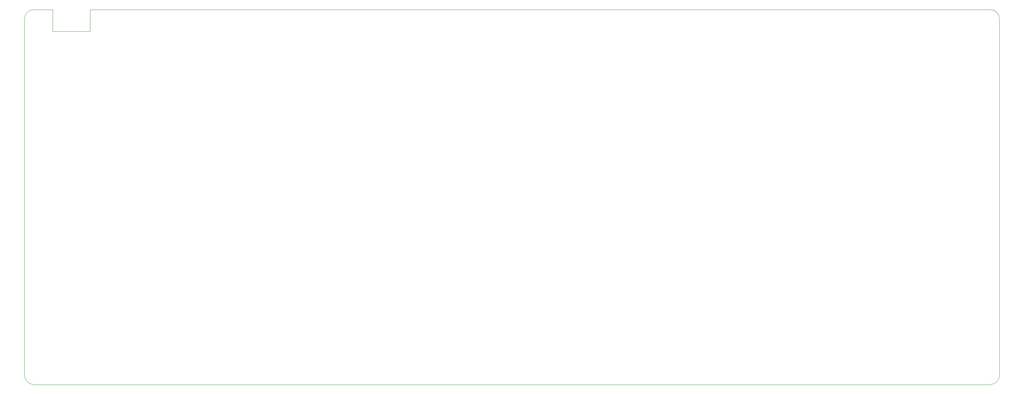
<source format=gm1>
G04 #@! TF.GenerationSoftware,KiCad,Pcbnew,(5.1.10-1-10_14)*
G04 #@! TF.CreationDate,2021-09-30T10:55:57+10:00*
G04 #@! TF.ProjectId,WTLBetter62,57544c42-6574-4746-9572-36322e6b6963,rev?*
G04 #@! TF.SameCoordinates,Original*
G04 #@! TF.FileFunction,Profile,NP*
%FSLAX46Y46*%
G04 Gerber Fmt 4.6, Leading zero omitted, Abs format (unit mm)*
G04 Created by KiCad (PCBNEW (5.1.10-1-10_14)) date 2021-09-30 10:55:57*
%MOMM*%
%LPD*%
G01*
G04 APERTURE LIST*
G04 #@! TA.AperFunction,Profile*
%ADD10C,0.050000*%
G04 #@! TD*
G04 APERTURE END LIST*
D10*
X40481250Y17462500D02*
X40481250Y23018750D01*
X30956250Y17462500D02*
X40481250Y17462500D01*
X30956250Y23018750D02*
X30956250Y17462500D01*
X23812500Y20637500D02*
X23812500Y-69850000D01*
X26193750Y-72231250D02*
X269081250Y-72231250D01*
X26193750Y-72231250D02*
G75*
G02*
X23812500Y-69850000I0J2381250D01*
G01*
X271462500Y-69850000D02*
G75*
G02*
X269081250Y-72231250I-2381250J0D01*
G01*
X271462500Y20637500D02*
X271462500Y-69850000D01*
X269081250Y23018750D02*
G75*
G02*
X271462500Y20637500I0J-2381250D01*
G01*
X40481250Y23018750D02*
X269081250Y23018750D01*
X26193750Y23018750D02*
X30956250Y23018750D01*
X23812500Y20637500D02*
G75*
G02*
X26193750Y23018750I2381250J0D01*
G01*
M02*

</source>
